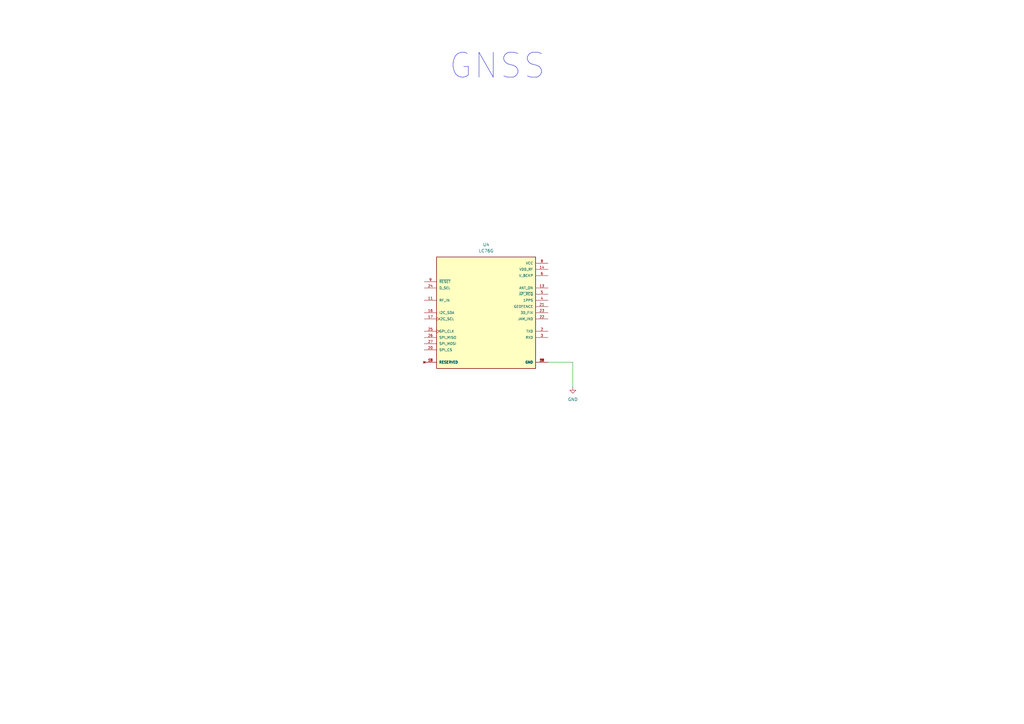
<source format=kicad_sch>
(kicad_sch (version 20250114) (generator "eeschema") (generator_version "9.0")
  (paper "A3")
  (lib_symbols
    (symbol "LC76G:LC76G" (pin_names (offset 1.016))
      (property "Reference" "U" (at -20.32 24.13 0))
      (property "Value" "LC76G" (at -20.32 -25.4 0))
      (symbol "LC76G_0_0"
        (rectangle (start -20.32 -22.86) (end 20.32 22.86) (stroke (width 0.254)) (fill (type background)))
        (pin input line (at -25.4 12.7 0) (length 5.08) (name "~{RESET}") (number "9"))
        (pin input line (at -25.4 10.16 0) (length 5.08) (name "D_SEL") (number "24"))
        (pin input line (at -25.4 5.08 0) (length 5.08) (name "RF_IN") (number "11"))
        (pin bidirectional line (at -25.4 0 0) (length 5.08) (name "I2C_SDA") (number "16"))
        (pin input clock (at -25.4 -2.54 0) (length 5.08) (name "I2C_SCL") (number "17"))
        (pin bidirectional clock (at -25.4 -7.62 0) (length 5.08) (name "SPI_CLK") (number "25"))
        (pin bidirectional line (at -25.4 -10.16 0) (length 5.08) (name "SPI_MISO") (number "26"))
        (pin bidirectional line (at -25.4 -12.7 0) (length 5.08) (name "SPI_MOSI") (number "27"))
        (pin bidirectional line (at -25.4 -15.24 0) (length 5.08) (name "SPI_CS") (number "20"))
        (pin no_connect line (at -25.4 -20.32 0) (length 5.08) (name "RESERVED") (number "15"))
        (pin no_connect line (at -25.4 -20.32 0) (length 5.08) (name "RESERVED") (number "18"))
        (pin no_connect line (at -25.4 -20.32 0) (length 5.08) (name "RESERVED") (number "19"))
        (pin no_connect line (at -25.4 -20.32 0) (length 5.08) (name "RESERVED") (number "7"))
        (pin power_in line (at 25.4 20.32 180) (length 5.08) (name "VCC") (number "8"))
        (pin power_in line (at 25.4 17.78 180) (length 5.08) (name "VDD_RF") (number "14"))
        (pin power_in line (at 25.4 15.24 180) (length 5.08) (name "V_BCKP") (number "6"))
        (pin output line (at 25.4 10.16 180) (length 5.08) (name "ANT_ON") (number "13"))
        (pin output line (at 25.4 7.62 180) (length 5.08) (name "~{AP_REQ}") (number "5"))
        (pin output line (at 25.4 5.08 180) (length 5.08) (name "1PPS") (number "4"))
        (pin output line (at 25.4 2.54 180) (length 5.08) (name "GEOFENCE") (number "21"))
        (pin output line (at 25.4 0 180) (length 5.08) (name "3D_FIX") (number "23"))
        (pin output line (at 25.4 -2.54 180) (length 5.08) (name "JAM_IND") (number "22"))
        (pin output line (at 25.4 -7.62 180) (length 5.08) (name "TXD") (number "2"))
        (pin input line (at 25.4 -10.16 180) (length 5.08) (name "RXD") (number "3"))
        (pin power_in line (at 25.4 -20.32 180) (length 5.08) (name "GND") (number "1"))
        (pin power_in line (at 25.4 -20.32 180) (length 5.08) (name "GND") (number "10"))
        (pin power_in line (at 25.4 -20.32 180) (length 5.08) (name "GND") (number "12"))
        (pin power_in line (at 25.4 -20.32 180) (length 5.08) (name "GND") (number "28"))
      )
    )
    (symbol "power:GND" (power) (pin_numbers (hide yes)) (pin_names (offset 0) (hide yes))
      (property "Value" "GND" (at 0 -3.81 0))
      (symbol "GND_0_1"
        (polyline (pts (xy 0 0) (xy 0 -1.27) (xy 1.27 -1.27) (xy 0 -2.54) (xy -1.27 -1.27) (xy 0 -1.27)))
      )
      (symbol "GND_1_1"
        (pin power_in line (at 0 0 270) (length 0) (name "~") (number "1"))
      )
    )
  )
  (text "GNSS" (at 203.962 27.178 0) (effects (font (size 10.16 10.16))))
  (wire (pts (xy 224.79 148.59) (xy 234.95 148.59)))
  (wire (pts (xy 234.95 148.59) (xy 234.95 158.75)))
  (symbol (lib_id "LC76G:LC76G") (at 199.39 128.27 0) (unit 1)
    (property "Reference" "U4" (at 199.39 100.33 0))
    (property "Value" "LC76G" (at 199.39 102.87 0))
    (property "Footprint" "LC76G:XCVR_LC76G" (effects (hide yes)))
    (property "MF" "Quectel" (effects (hide yes)))
    (property "MAXIMUM_PACKAGE_HEIGHT" "2.70mm" (effects (hide yes)))
    (property "Package" "Package" (effects (hide yes)))
    (property "Price" "None" (effects (hide yes)))
    (property "Check_prices" "https://www.snapeda.com/parts/LC76G/Quectel/view-part/?ref=eda" (effects (hide yes)))
    (property "STANDARD" "Manufacturer Recommendations" (effects (hide yes)))
    (property "PARTREV" "1.0" (effects (hide yes)))
    (property "SnapEDA_Link" "https://www.snapeda.com/parts/LC76G/Quectel/view-part/?ref=snap" (effects (hide yes)))
    (property "MP" "LC76G" (effects (hide yes)))
    (property "Description_1" "\nGNSS module; 10.1mm 9.7mm 2.4mm; 0.3g; GPS, GLONASS (or BeiDou) and QZSS; Operating temperature of -40C to +85C.\n" (effects (hide yes)))
    (property "MANUFACTURER" "Quectel" (effects (hide yes)))
    (property "Availability" "Not in stock" (effects (hide yes)))
    (property "SNAPEDA_PN" "LC76G" (effects (hide yes)))
  )
  (symbol (lib_id "power:GND") (at 234.95 158.75 0) (unit 1)
    (property "Reference" "#PWR016" (effects (hide yes)))
    (property "Value" "GND" (at 234.95 163.83 0))
    (property "Description" "Power symbol creates a global label with name \"GND\" , ground" (effects (hide yes)))
  )
)
</source>
